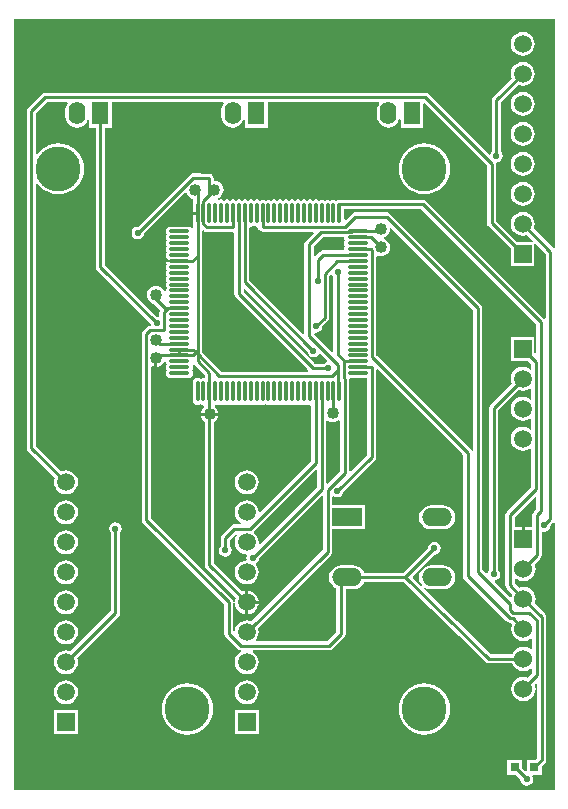
<source format=gtl>
G04*
G04 #@! TF.GenerationSoftware,Altium Limited,Altium Designer,18.1.6 (161)*
G04*
G04 Layer_Physical_Order=1*
G04 Layer_Color=255*
%FSLAX25Y25*%
%MOIN*%
G70*
G01*
G75*
%ADD10R,0.03150X0.03150*%
%ADD11O,0.07087X0.01181*%
%ADD12O,0.01181X0.07087*%
%ADD13C,0.01000*%
%ADD14C,0.06000*%
%ADD15R,0.06000X0.06000*%
%ADD16R,0.05906X0.05906*%
%ADD17C,0.05906*%
%ADD18C,0.15000*%
%ADD19R,0.05500X0.07500*%
%ADD20O,0.05500X0.07500*%
%ADD21R,0.10000X0.06000*%
%ADD22O,0.10000X0.06000*%
%ADD23C,0.02200*%
%ADD24C,0.04000*%
G36*
X183471Y184726D02*
X183232Y184590D01*
X182971Y184543D01*
X176360Y191154D01*
X176552Y191618D01*
X176688Y192650D01*
X176552Y193682D01*
X176154Y194643D01*
X175520Y195469D01*
X174694Y196102D01*
X173733Y196501D01*
X172701Y196636D01*
X171669Y196501D01*
X170707Y196102D01*
X169882Y195469D01*
X169248Y194643D01*
X168850Y193682D01*
X168714Y192650D01*
X168850Y191618D01*
X169248Y190656D01*
X169882Y189831D01*
X170707Y189197D01*
X171669Y188799D01*
X172701Y188663D01*
X173733Y188799D01*
X174197Y188991D01*
X176123Y187064D01*
X175932Y186602D01*
X170911D01*
X163929Y193584D01*
Y212674D01*
X163935Y212709D01*
X164335Y213225D01*
X164819Y213322D01*
X165514Y213786D01*
X165978Y214481D01*
X166141Y215300D01*
X165978Y216119D01*
X165529Y216791D01*
Y233315D01*
X171205Y238991D01*
X171669Y238799D01*
X172701Y238663D01*
X173733Y238799D01*
X174694Y239197D01*
X175520Y239830D01*
X176154Y240656D01*
X176552Y241618D01*
X176688Y242650D01*
X176552Y243682D01*
X176154Y244643D01*
X175520Y245469D01*
X174694Y246102D01*
X173733Y246501D01*
X172701Y246637D01*
X171669Y246501D01*
X170707Y246102D01*
X169882Y245469D01*
X169248Y244643D01*
X168850Y243682D01*
X168714Y242650D01*
X168850Y241618D01*
X169042Y241154D01*
X162919Y235030D01*
X162587Y234534D01*
X162471Y233949D01*
Y216791D01*
X162022Y216119D01*
X161980Y215907D01*
X161501Y215762D01*
X141381Y235881D01*
X140885Y236213D01*
X140300Y236329D01*
X13500D01*
X12915Y236213D01*
X12419Y235881D01*
X7919Y231381D01*
X7587Y230885D01*
X7471Y230300D01*
Y118000D01*
X7587Y117415D01*
X7919Y116919D01*
X16841Y107996D01*
X16649Y107532D01*
X16513Y106500D01*
X16649Y105468D01*
X17047Y104507D01*
X17681Y103681D01*
X18507Y103047D01*
X19468Y102649D01*
X20500Y102513D01*
X21532Y102649D01*
X22493Y103047D01*
X23319Y103681D01*
X23953Y104507D01*
X24351Y105468D01*
X24487Y106500D01*
X24351Y107532D01*
X23953Y108493D01*
X23319Y109319D01*
X22493Y109953D01*
X21532Y110351D01*
X20500Y110487D01*
X19468Y110351D01*
X19004Y110159D01*
X10529Y118633D01*
Y205916D01*
X11029Y206095D01*
X11960Y204960D01*
X13255Y203898D01*
X14731Y203109D01*
X16334Y202623D01*
X18000Y202459D01*
X19666Y202623D01*
X21269Y203109D01*
X22745Y203898D01*
X24039Y204960D01*
X25102Y206255D01*
X25891Y207731D01*
X26377Y209334D01*
X26541Y211000D01*
X26377Y212666D01*
X25891Y214269D01*
X25102Y215745D01*
X24039Y217039D01*
X22745Y218102D01*
X21269Y218891D01*
X19666Y219377D01*
X18000Y219541D01*
X16334Y219377D01*
X14731Y218891D01*
X13255Y218102D01*
X11960Y217039D01*
X11029Y215905D01*
X10529Y216084D01*
Y229666D01*
X14133Y233271D01*
X20895D01*
X21141Y232771D01*
X20850Y232391D01*
X20472Y231479D01*
X20344Y230500D01*
Y228500D01*
X20472Y227521D01*
X20850Y226609D01*
X21452Y225826D01*
X22235Y225224D01*
X23147Y224847D01*
X24126Y224718D01*
X25105Y224847D01*
X26017Y225224D01*
X26801Y225826D01*
X27402Y226609D01*
X27779Y227521D01*
X28250Y227412D01*
Y224750D01*
X30471D01*
Y178300D01*
X30587Y177715D01*
X30919Y177219D01*
X48664Y159473D01*
X48751Y159036D01*
X48500Y158729D01*
X47915Y158613D01*
X47419Y158281D01*
X46219Y157081D01*
X45887Y156585D01*
X45771Y156000D01*
Y94000D01*
X45887Y93415D01*
X46219Y92919D01*
X73271Y65867D01*
Y56000D01*
X73387Y55415D01*
X73719Y54919D01*
X77719Y50919D01*
X78215Y50587D01*
X78766Y50477D01*
X78794Y50432D01*
X78807Y49953D01*
X77981Y49319D01*
X77347Y48493D01*
X76949Y47532D01*
X76813Y46500D01*
X76949Y45468D01*
X77347Y44507D01*
X77981Y43681D01*
X78807Y43047D01*
X79768Y42649D01*
X80800Y42513D01*
X81832Y42649D01*
X82793Y43047D01*
X83619Y43681D01*
X84253Y44507D01*
X84651Y45468D01*
X84787Y46500D01*
X84651Y47532D01*
X84253Y48493D01*
X83619Y49319D01*
X82793Y49953D01*
X82750Y49971D01*
X82850Y50471D01*
X108200D01*
X108785Y50587D01*
X109281Y50919D01*
X113281Y54919D01*
X113613Y55415D01*
X113729Y56000D01*
Y70772D01*
X116217D01*
X117261Y70910D01*
X118234Y71313D01*
X119069Y71954D01*
X119711Y72790D01*
X119913Y73278D01*
X132985D01*
X160390Y46555D01*
X160632Y46397D01*
X160872Y46237D01*
X160882Y46235D01*
X160890Y46229D01*
X161174Y46177D01*
X161457Y46120D01*
X169304D01*
X169506Y45632D01*
X170147Y44797D01*
X170983Y44156D01*
X171956Y43753D01*
X173000Y43615D01*
X174044Y43753D01*
X175017Y44156D01*
X175471Y44504D01*
X175971Y44257D01*
Y42783D01*
X174532Y41345D01*
X174044Y41547D01*
X173000Y41684D01*
X171956Y41547D01*
X170983Y41144D01*
X170147Y40502D01*
X169506Y39667D01*
X169103Y38694D01*
X168965Y37650D01*
X169103Y36605D01*
X169506Y35632D01*
X170147Y34797D01*
X170983Y34156D01*
X171956Y33753D01*
X173000Y33615D01*
X174044Y33753D01*
X175017Y34156D01*
X175853Y34797D01*
X176494Y35632D01*
X176897Y36605D01*
X177034Y37650D01*
X176897Y38694D01*
X176695Y39182D01*
X177109Y39595D01*
X177571Y39404D01*
Y14635D01*
X177010Y14075D01*
X174024D01*
Y10395D01*
X173562Y10204D01*
X172677Y11088D01*
Y14075D01*
X167528D01*
Y8925D01*
X170514D01*
X171967Y7473D01*
X172124Y6681D01*
X172588Y5986D01*
X173283Y5522D01*
X174102Y5359D01*
X174922Y5522D01*
X175616Y5986D01*
X176081Y6681D01*
X176243Y7500D01*
X176081Y8319D01*
X175970Y8484D01*
X176206Y8925D01*
X179173D01*
Y11912D01*
X180181Y12920D01*
X180513Y13416D01*
X180629Y14002D01*
Y61550D01*
X180513Y62135D01*
X180181Y62631D01*
X176695Y66118D01*
X176897Y66605D01*
X177034Y67650D01*
X176897Y68694D01*
X176494Y69667D01*
X175853Y70502D01*
X175017Y71144D01*
X174044Y71547D01*
X173000Y71684D01*
X171956Y71547D01*
X171468Y71345D01*
X170029Y72783D01*
Y74257D01*
X170529Y74503D01*
X170983Y74156D01*
X171956Y73752D01*
X173000Y73615D01*
X174044Y73752D01*
X175017Y74156D01*
X175853Y74797D01*
X176494Y75632D01*
X176897Y76605D01*
X177034Y77650D01*
X176897Y78694D01*
X176695Y79182D01*
X178581Y81068D01*
X178913Y81564D01*
X179029Y82150D01*
Y89722D01*
X179529Y90133D01*
X179900Y90059D01*
X180719Y90222D01*
X181414Y90686D01*
X181878Y91381D01*
X182036Y92173D01*
X182971Y93108D01*
X183232Y93060D01*
X183471Y92924D01*
Y4029D01*
X3029D01*
Y260971D01*
X183471D01*
Y184726D01*
D02*
G37*
G36*
X125015Y232771D02*
X124724Y232391D01*
X124346Y231479D01*
X124218Y230500D01*
Y228500D01*
X124346Y227521D01*
X124724Y226609D01*
X125326Y225826D01*
X126109Y225224D01*
X127021Y224847D01*
X128000Y224718D01*
X128979Y224847D01*
X129891Y225224D01*
X130675Y225826D01*
X131276Y226609D01*
X131653Y227521D01*
X132124Y227412D01*
Y224750D01*
X139624D01*
Y232606D01*
X140124Y232813D01*
X160871Y212067D01*
Y192950D01*
X160987Y192365D01*
X161319Y191869D01*
X168748Y184440D01*
Y178697D01*
X176654D01*
Y185881D01*
X177115Y186072D01*
X180424Y182763D01*
Y161169D01*
X179924Y161017D01*
X179881Y161081D01*
X140681Y200281D01*
X140185Y200613D01*
X139600Y200729D01*
X111971D01*
X111622Y200799D01*
X111001Y200675D01*
X110638Y200432D01*
X110274Y200675D01*
X109654Y200799D01*
X109033Y200675D01*
X108669Y200432D01*
X108306Y200675D01*
X107685Y200799D01*
X107064Y200675D01*
X106701Y200432D01*
X106337Y200675D01*
X105717Y200799D01*
X105096Y200675D01*
X104732Y200432D01*
X104369Y200675D01*
X103748Y200799D01*
X103127Y200675D01*
X102764Y200432D01*
X102400Y200675D01*
X101780Y200799D01*
X101159Y200675D01*
X100795Y200432D01*
X100432Y200675D01*
X99811Y200799D01*
X99190Y200675D01*
X98827Y200432D01*
X98463Y200675D01*
X97843Y200799D01*
X97222Y200675D01*
X96858Y200432D01*
X96495Y200675D01*
X95874Y200799D01*
X95253Y200675D01*
X94890Y200432D01*
X94526Y200675D01*
X93906Y200799D01*
X93285Y200675D01*
X92921Y200432D01*
X92558Y200675D01*
X91937Y200799D01*
X91316Y200675D01*
X90953Y200432D01*
X90589Y200675D01*
X89969Y200799D01*
X89348Y200675D01*
X88984Y200432D01*
X88621Y200675D01*
X88000Y200799D01*
X87379Y200675D01*
X87016Y200432D01*
X86652Y200675D01*
X86032Y200799D01*
X85411Y200675D01*
X85047Y200432D01*
X84684Y200675D01*
X84063Y200799D01*
X83442Y200675D01*
X83079Y200432D01*
X82715Y200675D01*
X82094Y200799D01*
X81474Y200675D01*
X81110Y200432D01*
X80747Y200675D01*
X80126Y200799D01*
X79505Y200675D01*
X79142Y200432D01*
X78778Y200675D01*
X78157Y200799D01*
X77537Y200675D01*
X77173Y200432D01*
X76810Y200675D01*
X76189Y200799D01*
X75568Y200675D01*
X75205Y200432D01*
X74841Y200675D01*
X74220Y200799D01*
X73600Y200675D01*
X73236Y200432D01*
X72873Y200675D01*
X72252Y200799D01*
X71631Y200675D01*
X71449Y200553D01*
X71170Y200705D01*
X71207Y201253D01*
X71513Y201379D01*
X72140Y201860D01*
X72620Y202487D01*
X72923Y203217D01*
X73026Y204000D01*
X72923Y204783D01*
X72620Y205513D01*
X72140Y206140D01*
X71513Y206621D01*
X70783Y206923D01*
X70000Y207026D01*
X69729Y207263D01*
Y207900D01*
X69674Y208179D01*
X69624Y208458D01*
X69616Y208471D01*
X69613Y208485D01*
X69455Y208721D01*
X69302Y208961D01*
X69290Y208969D01*
X69281Y208981D01*
X69045Y209139D01*
X68812Y209302D01*
X68797Y209305D01*
X68785Y209313D01*
X68507Y209368D01*
X68229Y209429D01*
X62929Y209529D01*
X62914Y209526D01*
X62900Y209529D01*
X62621Y209474D01*
X62341Y209424D01*
X62329Y209416D01*
X62315Y209413D01*
X62078Y209255D01*
X61839Y209102D01*
X61831Y209090D01*
X61819Y209081D01*
X44473Y191736D01*
X43681Y191578D01*
X42986Y191114D01*
X42522Y190419D01*
X42359Y189600D01*
X42522Y188781D01*
X42986Y188086D01*
X43681Y187622D01*
X44500Y187459D01*
X45319Y187622D01*
X46014Y188086D01*
X46478Y188781D01*
X46636Y189573D01*
X60115Y203052D01*
X60697Y202927D01*
X60879Y202487D01*
X61360Y201860D01*
X61987Y201379D01*
X62717Y201077D01*
X62849Y201060D01*
Y199641D01*
X62756Y199177D01*
Y196724D01*
X64378D01*
Y195724D01*
X62756D01*
Y193272D01*
X62849Y192807D01*
Y191460D01*
X62495Y191317D01*
X62349Y191286D01*
X61849Y191620D01*
X61228Y191744D01*
X55323D01*
X54702Y191620D01*
X54176Y191269D01*
X53825Y190743D01*
X53701Y190122D01*
X53825Y189501D01*
X54067Y189138D01*
X53825Y188774D01*
X53701Y188154D01*
X53825Y187533D01*
X54068Y187169D01*
X53825Y186806D01*
X53701Y186185D01*
X53825Y185564D01*
X54067Y185201D01*
X53825Y184837D01*
X53701Y184217D01*
X53825Y183596D01*
X54068Y183232D01*
X53825Y182869D01*
X53701Y182248D01*
X53825Y181627D01*
X54067Y181264D01*
X53825Y180900D01*
X53801Y180780D01*
X54657D01*
X54702Y180749D01*
X55323Y180626D01*
X58276D01*
Y179933D01*
X55323D01*
X54702Y179809D01*
X54658Y179780D01*
X53801D01*
X53825Y179659D01*
X54068Y179295D01*
X53825Y178932D01*
X53701Y178311D01*
X53825Y177690D01*
X54067Y177327D01*
X53825Y176963D01*
X53701Y176343D01*
X53825Y175722D01*
X54068Y175358D01*
X53825Y174995D01*
X53701Y174374D01*
X53825Y173753D01*
X54067Y173390D01*
X53825Y173026D01*
X53701Y172406D01*
X53825Y171785D01*
X54068Y171421D01*
X53825Y171058D01*
X53701Y170437D01*
X53708Y170400D01*
X53228Y170254D01*
X53120Y170513D01*
X52640Y171140D01*
X52013Y171621D01*
X51283Y171923D01*
X50500Y172026D01*
X49717Y171923D01*
X48987Y171621D01*
X48360Y171140D01*
X47879Y170513D01*
X47577Y169783D01*
X47474Y169000D01*
X47577Y168217D01*
X47879Y167487D01*
X48360Y166860D01*
X48987Y166379D01*
X49717Y166077D01*
X49766Y166071D01*
X51861Y163977D01*
X51687Y163717D01*
X51571Y163132D01*
Y161882D01*
X51184Y161565D01*
X50827Y161636D01*
X33529Y178934D01*
Y224750D01*
X35750D01*
Y233271D01*
X72832D01*
X73079Y232771D01*
X72787Y232391D01*
X72409Y231479D01*
X72281Y230500D01*
Y228500D01*
X72409Y227521D01*
X72787Y226609D01*
X73388Y225826D01*
X74172Y225224D01*
X75084Y224847D01*
X76063Y224718D01*
X77042Y224847D01*
X77954Y225224D01*
X78737Y225826D01*
X79339Y226609D01*
X79716Y227521D01*
X80187Y227412D01*
Y224750D01*
X87687D01*
Y233271D01*
X124769D01*
X125015Y232771D01*
D02*
G37*
G36*
X83442Y191773D02*
X84063Y191650D01*
X84570Y191241D01*
X84619Y190996D01*
X84950Y190500D01*
X85446Y190168D01*
X86032Y190052D01*
X102835D01*
X103027Y189590D01*
X100419Y186981D01*
X100087Y186485D01*
X99971Y185900D01*
Y156146D01*
X99509Y155954D01*
X81655Y173808D01*
Y191343D01*
X82042Y191660D01*
X82094Y191650D01*
X82715Y191773D01*
X83079Y192016D01*
X83442Y191773D01*
D02*
G37*
G36*
X113150Y188154D02*
X113273Y187533D01*
X113516Y187169D01*
X113273Y186806D01*
X113150Y186185D01*
X113273Y185564D01*
X113516Y185201D01*
X113273Y184837D01*
X113150Y184217D01*
X113160Y184164D01*
X112843Y183777D01*
X106100D01*
X105515Y183661D01*
X105019Y183329D01*
X103529Y181840D01*
X103029Y182047D01*
Y185266D01*
X106133Y188371D01*
X112972D01*
X113150Y188154D01*
D02*
G37*
G36*
X156285Y164052D02*
Y117084D01*
X155833Y116991D01*
X155785Y117001D01*
X155465Y117480D01*
X123929Y149015D01*
Y181713D01*
X124429Y182047D01*
X124717Y181928D01*
X125500Y181825D01*
X126283Y181928D01*
X127013Y182230D01*
X127640Y182711D01*
X128121Y183337D01*
X128423Y184067D01*
X128526Y184850D01*
X128423Y185634D01*
X128121Y186363D01*
X127640Y186990D01*
X127013Y187471D01*
X126569Y187655D01*
Y188196D01*
X127013Y188380D01*
X127640Y188860D01*
X128121Y189487D01*
X128423Y190217D01*
X128526Y191000D01*
X128510Y191120D01*
X128984Y191353D01*
X156285Y164052D01*
D02*
G37*
G36*
X109227Y175623D02*
X109571Y175109D01*
Y150046D01*
X109109Y149854D01*
X103258Y155705D01*
X103270Y155977D01*
X103762Y156366D01*
X103800Y156359D01*
X104619Y156522D01*
X105314Y156986D01*
X105778Y157681D01*
X105936Y158473D01*
X107816Y160353D01*
X108148Y160849D01*
X108264Y161435D01*
Y175366D01*
X108655Y175758D01*
X109227Y175623D01*
D02*
G37*
G36*
X177271Y159367D02*
Y149716D01*
X176771Y149452D01*
X176654Y149532D01*
Y154953D01*
X168748D01*
Y147047D01*
X174491D01*
X175671Y145867D01*
Y144334D01*
X175171Y144087D01*
X174694Y144453D01*
X173733Y144851D01*
X172701Y144987D01*
X171669Y144851D01*
X170707Y144453D01*
X169882Y143819D01*
X169248Y142993D01*
X168850Y142032D01*
X168714Y141000D01*
X168850Y139968D01*
X169042Y139504D01*
X162019Y132481D01*
X161687Y131984D01*
X161571Y131399D01*
Y77391D01*
X161122Y76719D01*
X161054Y76381D01*
X160512Y76216D01*
X159344Y77384D01*
Y164685D01*
X159228Y165271D01*
X158896Y165767D01*
X128581Y196081D01*
X128085Y196413D01*
X127500Y196529D01*
X116819D01*
X116234Y196413D01*
X115738Y196081D01*
X113706Y194050D01*
X113244Y194241D01*
Y197671D01*
X138967D01*
X177271Y159367D01*
D02*
G37*
G36*
X100864Y150273D02*
X101022Y149481D01*
X101486Y148786D01*
X102181Y148322D01*
X103000Y148159D01*
X103819Y148322D01*
X104514Y148786D01*
X104766Y149164D01*
X105401Y149237D01*
X107622Y147016D01*
X107476Y146537D01*
X107181Y146478D01*
X106509Y146029D01*
X103496D01*
X79687Y169838D01*
Y170797D01*
X80149Y170988D01*
X100864Y150273D01*
D02*
G37*
G36*
X51000Y145040D02*
X51283Y145077D01*
X52013Y145379D01*
X52640Y145860D01*
X53120Y146487D01*
X53212Y146709D01*
X53732Y146658D01*
X53825Y146194D01*
X54068Y145831D01*
X53825Y145467D01*
X53701Y144846D01*
X53825Y144226D01*
X54067Y143862D01*
X53825Y143499D01*
X53701Y142878D01*
X53825Y142257D01*
X54176Y141731D01*
X54702Y141380D01*
X55323Y141256D01*
X61228D01*
X61849Y141380D01*
X62375Y141731D01*
X62727Y142257D01*
X62850Y142878D01*
X62727Y143499D01*
X62484Y143862D01*
X62727Y144226D01*
X62850Y144846D01*
X62730Y145448D01*
X62728Y145470D01*
X62796Y145590D01*
X62996Y145650D01*
X63398Y145639D01*
X66786Y142252D01*
Y141657D01*
X66399Y141340D01*
X66346Y141350D01*
X65726Y141227D01*
X65362Y140984D01*
X64999Y141227D01*
X64378Y141350D01*
X63757Y141227D01*
X63231Y140875D01*
X62880Y140349D01*
X62756Y139728D01*
Y133823D01*
X62880Y133202D01*
X63231Y132676D01*
X63757Y132325D01*
X64378Y132201D01*
X64999Y132325D01*
X65362Y132568D01*
X65726Y132325D01*
X66346Y132201D01*
X66491Y131720D01*
X66488Y131502D01*
X66211Y131289D01*
X65730Y130663D01*
X65428Y129933D01*
X65390Y129650D01*
X71311D01*
X71273Y129933D01*
X70971Y130663D01*
X70490Y131289D01*
X70183Y131525D01*
X70179Y131712D01*
X70283Y132201D01*
X70904Y132325D01*
X71268Y132568D01*
X71631Y132325D01*
X72252Y132201D01*
X72873Y132325D01*
X73236Y132568D01*
X73600Y132325D01*
X74220Y132201D01*
X74841Y132325D01*
X75205Y132568D01*
X75568Y132325D01*
X76189Y132201D01*
X76810Y132325D01*
X77173Y132568D01*
X77537Y132325D01*
X78157Y132201D01*
X78778Y132325D01*
X79142Y132568D01*
X79505Y132325D01*
X80126Y132201D01*
X80747Y132325D01*
X81110Y132568D01*
X81474Y132325D01*
X82094Y132201D01*
X82715Y132325D01*
X83079Y132568D01*
X83442Y132325D01*
X84063Y132201D01*
X84684Y132325D01*
X85047Y132568D01*
X85411Y132325D01*
X86032Y132201D01*
X86652Y132325D01*
X87016Y132568D01*
X87379Y132325D01*
X88000Y132201D01*
X88621Y132325D01*
X88984Y132568D01*
X89348Y132325D01*
X89969Y132201D01*
X90589Y132325D01*
X90953Y132568D01*
X91316Y132325D01*
X91937Y132201D01*
X92558Y132325D01*
X92921Y132568D01*
X93285Y132325D01*
X93906Y132201D01*
X94526Y132325D01*
X94890Y132568D01*
X95253Y132325D01*
X95874Y132201D01*
X96495Y132325D01*
X96858Y132568D01*
X97222Y132325D01*
X97843Y132201D01*
X98463Y132325D01*
X98827Y132568D01*
X99190Y132325D01*
X99811Y132201D01*
X100432Y132325D01*
X100795Y132568D01*
X101159Y132325D01*
X101780Y132201D01*
X101832Y132212D01*
X102219Y131894D01*
Y113481D01*
X85275Y96538D01*
X84757Y96727D01*
X84651Y97532D01*
X84253Y98493D01*
X83619Y99319D01*
X82793Y99953D01*
X81832Y100351D01*
X80800Y100487D01*
X79768Y100351D01*
X78807Y99953D01*
X77981Y99319D01*
X77347Y98493D01*
X76949Y97532D01*
X76813Y96500D01*
X76949Y95468D01*
X77347Y94507D01*
X77981Y93681D01*
X78807Y93047D01*
X78850Y93029D01*
X78750Y92529D01*
X76600D01*
X76015Y92413D01*
X75519Y92081D01*
X72519Y89081D01*
X72187Y88585D01*
X72071Y88000D01*
Y85391D01*
X71622Y84719D01*
X71459Y83900D01*
X71622Y83081D01*
X72086Y82386D01*
X72781Y81922D01*
X73600Y81759D01*
X74419Y81922D01*
X75114Y82386D01*
X75578Y83081D01*
X75741Y83900D01*
X75578Y84719D01*
X75129Y85391D01*
Y87366D01*
X77018Y89255D01*
X77275Y89221D01*
X77496Y88688D01*
X77347Y88493D01*
X76949Y87532D01*
X76813Y86500D01*
X76949Y85468D01*
X77347Y84507D01*
X77981Y83681D01*
X78807Y83047D01*
X79768Y82649D01*
X80448Y82560D01*
X80528Y82487D01*
X80784Y82031D01*
X80659Y81400D01*
X80742Y80981D01*
X80367Y80430D01*
X79768Y80351D01*
X78807Y79953D01*
X77981Y79319D01*
X77347Y78493D01*
X76949Y77532D01*
X76813Y76500D01*
X76949Y75468D01*
X77347Y74507D01*
X77981Y73681D01*
X78807Y73047D01*
X79768Y72649D01*
X80800Y72513D01*
X81832Y72649D01*
X82793Y73047D01*
X83619Y73681D01*
X84253Y74507D01*
X84651Y75468D01*
X84787Y76500D01*
X84651Y77532D01*
X84253Y78493D01*
X83864Y79000D01*
X83965Y79653D01*
X84314Y79886D01*
X84778Y80581D01*
X84936Y81373D01*
X105709Y102146D01*
X106171Y101954D01*
Y84034D01*
X82296Y60159D01*
X81832Y60351D01*
X80800Y60487D01*
X79768Y60351D01*
X78807Y59953D01*
X77981Y59319D01*
X77347Y58493D01*
X76949Y57532D01*
X76913Y57262D01*
X76379Y57029D01*
X76329Y57064D01*
Y66344D01*
X76829Y66377D01*
X76949Y65468D01*
X77347Y64507D01*
X77981Y63681D01*
X78807Y63047D01*
X79768Y62649D01*
X80300Y62579D01*
Y66500D01*
Y70421D01*
X79768Y70351D01*
X79304Y70159D01*
X69844Y79619D01*
Y126521D01*
X69863Y126529D01*
X70490Y127010D01*
X70971Y127637D01*
X71273Y128366D01*
X71311Y128650D01*
X65390D01*
X65428Y128366D01*
X65730Y127637D01*
X66211Y127010D01*
X66786Y126569D01*
Y78985D01*
X66902Y78400D01*
X67234Y77904D01*
X77141Y67996D01*
X76949Y67532D01*
X76821Y66557D01*
X76337Y66493D01*
X76329Y66500D01*
X76213Y67085D01*
X75881Y67581D01*
X48829Y94634D01*
Y144904D01*
X49329Y145238D01*
X49717Y145077D01*
X50000Y145040D01*
Y148000D01*
X51000D01*
Y145040D01*
D02*
G37*
G36*
X66419Y190419D02*
X66915Y190087D01*
X67500Y189971D01*
X76189D01*
X76241Y189981D01*
X76628Y189664D01*
Y169205D01*
X76744Y168620D01*
X77076Y168123D01*
X101308Y143891D01*
X101117Y143429D01*
X72285D01*
X65907Y149808D01*
Y150445D01*
Y182000D01*
Y190276D01*
X66369Y190468D01*
X66419Y190419D01*
D02*
G37*
G36*
X175671Y137666D02*
Y134334D01*
X175171Y134087D01*
X174694Y134453D01*
X173733Y134851D01*
X172701Y134987D01*
X171669Y134851D01*
X170707Y134453D01*
X169882Y133819D01*
X169248Y132993D01*
X168850Y132032D01*
X168714Y131000D01*
X168850Y129968D01*
X169248Y129007D01*
X169882Y128181D01*
X170707Y127547D01*
X171669Y127149D01*
X172701Y127013D01*
X173733Y127149D01*
X174694Y127547D01*
X175171Y127913D01*
X175671Y127666D01*
Y124334D01*
X175171Y124087D01*
X174694Y124453D01*
X173733Y124851D01*
X172701Y124987D01*
X171669Y124851D01*
X170707Y124453D01*
X169882Y123819D01*
X169248Y122993D01*
X168850Y122032D01*
X168714Y121000D01*
X168850Y119968D01*
X169248Y119007D01*
X169882Y118181D01*
X170707Y117547D01*
X171669Y117149D01*
X172701Y117013D01*
X173733Y117149D01*
X174694Y117547D01*
X175171Y117913D01*
X175671Y117666D01*
Y104934D01*
X167419Y96681D01*
X167087Y96185D01*
X166971Y95600D01*
Y72150D01*
X167087Y71564D01*
X167419Y71068D01*
X169305Y69182D01*
X169103Y68694D01*
X169052Y68310D01*
X168579Y68149D01*
X163416Y73312D01*
X163581Y73854D01*
X163919Y73922D01*
X164614Y74386D01*
X165078Y75081D01*
X165241Y75900D01*
X165078Y76719D01*
X164629Y77391D01*
Y130766D01*
X171205Y137341D01*
X171669Y137149D01*
X172701Y137013D01*
X173733Y137149D01*
X174694Y137547D01*
X175171Y137913D01*
X175671Y137666D01*
D02*
G37*
G36*
X111871Y126907D02*
Y110134D01*
X107708Y105971D01*
X107246Y106162D01*
Y126818D01*
X107746Y127065D01*
X107987Y126880D01*
X108717Y126577D01*
X109500Y126474D01*
X110283Y126577D01*
X111013Y126880D01*
X111371Y127154D01*
X111871Y126907D01*
D02*
G37*
G36*
X120838Y141124D02*
Y115601D01*
X115391Y110154D01*
X114929Y110346D01*
Y141081D01*
X115073Y141256D01*
X120677D01*
X120838Y141124D01*
D02*
G37*
G36*
X152854Y115765D02*
Y75181D01*
X152971Y74595D01*
X153302Y74099D01*
X167269Y60133D01*
X167765Y59801D01*
X168350Y59685D01*
X168802D01*
X169305Y59182D01*
X169103Y58694D01*
X168965Y57650D01*
X169103Y56605D01*
X169506Y55632D01*
X170147Y54797D01*
X170983Y54156D01*
X171956Y53752D01*
X173000Y53615D01*
X174044Y53752D01*
X175017Y54156D01*
X175471Y54504D01*
X175971Y54257D01*
Y51042D01*
X175471Y50796D01*
X175017Y51144D01*
X174044Y51547D01*
X173000Y51684D01*
X171956Y51547D01*
X170983Y51144D01*
X170147Y50502D01*
X169506Y49667D01*
X169304Y49179D01*
X162080D01*
X139391Y71303D01*
X139719Y71681D01*
X140199Y71313D01*
X141172Y70910D01*
X142217Y70772D01*
X146217D01*
X147261Y70910D01*
X148234Y71313D01*
X149069Y71954D01*
X149711Y72790D01*
X150114Y73763D01*
X150251Y74807D01*
X150114Y75851D01*
X149711Y76824D01*
X149069Y77660D01*
X148234Y78301D01*
X147261Y78704D01*
X146217Y78842D01*
X142217D01*
X141172Y78704D01*
X140199Y78301D01*
X139364Y77660D01*
X138723Y76824D01*
X138320Y75851D01*
X138182Y74807D01*
X138320Y73763D01*
X138723Y72790D01*
X139139Y72247D01*
X138764Y71914D01*
X136038Y74572D01*
X136035Y75072D01*
X143327Y82364D01*
X144119Y82522D01*
X144814Y82986D01*
X145278Y83681D01*
X145441Y84500D01*
X145278Y85319D01*
X144814Y86014D01*
X144119Y86478D01*
X143300Y86641D01*
X142481Y86478D01*
X141786Y86014D01*
X141322Y85319D01*
X141164Y84527D01*
X132974Y76336D01*
X119913D01*
X119711Y76824D01*
X119069Y77660D01*
X118234Y78301D01*
X117261Y78704D01*
X116217Y78842D01*
X112217D01*
X111172Y78704D01*
X110199Y78301D01*
X109364Y77660D01*
X108723Y76824D01*
X108320Y75851D01*
X108182Y74807D01*
X108320Y73763D01*
X108723Y72790D01*
X109364Y71954D01*
X110199Y71313D01*
X110671Y71118D01*
Y56634D01*
X107566Y53529D01*
X84133D01*
X83887Y54029D01*
X84253Y54507D01*
X84651Y55468D01*
X84787Y56500D01*
X84651Y57532D01*
X84459Y57996D01*
X108781Y82319D01*
X109113Y82815D01*
X109229Y83400D01*
Y90807D01*
X120217D01*
Y98807D01*
X109229D01*
Y101656D01*
X109729Y101923D01*
X110181Y101622D01*
X111000Y101459D01*
X111819Y101622D01*
X112514Y102086D01*
X112978Y102781D01*
X113136Y103573D01*
X123449Y113886D01*
X123781Y114383D01*
X123897Y114968D01*
Y144069D01*
X124359Y144260D01*
X152854Y115765D01*
D02*
G37*
G36*
X177271Y101554D02*
Y97534D01*
X176419Y96681D01*
X176087Y96185D01*
X175971Y95600D01*
Y91650D01*
X173500D01*
Y87650D01*
X172500D01*
Y91650D01*
X170029D01*
Y94967D01*
X176809Y101746D01*
X177271Y101554D01*
D02*
G37*
G36*
X104187Y110471D02*
Y104950D01*
X85224Y85987D01*
X84750Y86220D01*
X84787Y86500D01*
X84651Y87532D01*
X84253Y88493D01*
X83619Y89319D01*
X83311Y89555D01*
X83276Y90213D01*
X103725Y110662D01*
X104187Y110471D01*
D02*
G37*
%LPC*%
G36*
X172701Y256637D02*
X171669Y256501D01*
X170707Y256102D01*
X169882Y255469D01*
X169248Y254643D01*
X168850Y253681D01*
X168714Y252650D01*
X168850Y251618D01*
X169248Y250656D01*
X169882Y249831D01*
X170707Y249197D01*
X171669Y248799D01*
X172701Y248663D01*
X173733Y248799D01*
X174694Y249197D01*
X175520Y249831D01*
X176154Y250656D01*
X176552Y251618D01*
X176688Y252650D01*
X176552Y253681D01*
X176154Y254643D01*
X175520Y255469D01*
X174694Y256102D01*
X173733Y256501D01*
X172701Y256637D01*
D02*
G37*
G36*
Y236636D02*
X171669Y236501D01*
X170707Y236102D01*
X169882Y235469D01*
X169248Y234643D01*
X168850Y233682D01*
X168714Y232650D01*
X168850Y231618D01*
X169248Y230656D01*
X169882Y229831D01*
X170707Y229197D01*
X171669Y228799D01*
X172701Y228663D01*
X173733Y228799D01*
X174694Y229197D01*
X175520Y229831D01*
X176154Y230656D01*
X176552Y231618D01*
X176688Y232650D01*
X176552Y233682D01*
X176154Y234643D01*
X175520Y235469D01*
X174694Y236102D01*
X173733Y236501D01*
X172701Y236636D01*
D02*
G37*
G36*
Y226637D02*
X171669Y226501D01*
X170707Y226102D01*
X169882Y225469D01*
X169248Y224643D01*
X168850Y223681D01*
X168714Y222650D01*
X168850Y221618D01*
X169248Y220656D01*
X169882Y219830D01*
X170707Y219197D01*
X171669Y218799D01*
X172701Y218663D01*
X173733Y218799D01*
X174694Y219197D01*
X175520Y219830D01*
X176154Y220656D01*
X176552Y221618D01*
X176688Y222650D01*
X176552Y223681D01*
X176154Y224643D01*
X175520Y225469D01*
X174694Y226102D01*
X173733Y226501D01*
X172701Y226637D01*
D02*
G37*
G36*
Y216636D02*
X171669Y216501D01*
X170707Y216102D01*
X169882Y215469D01*
X169248Y214643D01*
X168850Y213682D01*
X168714Y212650D01*
X168850Y211618D01*
X169248Y210656D01*
X169882Y209830D01*
X170707Y209197D01*
X171669Y208799D01*
X172701Y208663D01*
X173733Y208799D01*
X174694Y209197D01*
X175520Y209830D01*
X176154Y210656D01*
X176552Y211618D01*
X176688Y212650D01*
X176552Y213682D01*
X176154Y214643D01*
X175520Y215469D01*
X174694Y216102D01*
X173733Y216501D01*
X172701Y216636D01*
D02*
G37*
G36*
Y206637D02*
X171669Y206501D01*
X170707Y206102D01*
X169882Y205469D01*
X169248Y204643D01*
X168850Y203681D01*
X168714Y202650D01*
X168850Y201618D01*
X169248Y200656D01*
X169882Y199830D01*
X170707Y199197D01*
X171669Y198799D01*
X172701Y198663D01*
X173733Y198799D01*
X174694Y199197D01*
X175520Y199830D01*
X176154Y200656D01*
X176552Y201618D01*
X176688Y202650D01*
X176552Y203681D01*
X176154Y204643D01*
X175520Y205469D01*
X174694Y206102D01*
X173733Y206501D01*
X172701Y206637D01*
D02*
G37*
G36*
X20500Y100487D02*
X19468Y100351D01*
X18507Y99953D01*
X17681Y99319D01*
X17047Y98493D01*
X16649Y97532D01*
X16513Y96500D01*
X16649Y95468D01*
X17047Y94507D01*
X17681Y93681D01*
X18507Y93047D01*
X19468Y92649D01*
X20500Y92513D01*
X21532Y92649D01*
X22493Y93047D01*
X23319Y93681D01*
X23953Y94507D01*
X24351Y95468D01*
X24487Y96500D01*
X24351Y97532D01*
X23953Y98493D01*
X23319Y99319D01*
X22493Y99953D01*
X21532Y100351D01*
X20500Y100487D01*
D02*
G37*
G36*
Y90487D02*
X19468Y90351D01*
X18507Y89953D01*
X17681Y89319D01*
X17047Y88493D01*
X16649Y87532D01*
X16513Y86500D01*
X16649Y85468D01*
X17047Y84507D01*
X17681Y83681D01*
X18507Y83047D01*
X19468Y82649D01*
X20500Y82513D01*
X21532Y82649D01*
X22493Y83047D01*
X23319Y83681D01*
X23953Y84507D01*
X24351Y85468D01*
X24487Y86500D01*
X24351Y87532D01*
X23953Y88493D01*
X23319Y89319D01*
X22493Y89953D01*
X21532Y90351D01*
X20500Y90487D01*
D02*
G37*
G36*
Y80487D02*
X19468Y80351D01*
X18507Y79953D01*
X17681Y79319D01*
X17047Y78493D01*
X16649Y77532D01*
X16513Y76500D01*
X16649Y75468D01*
X17047Y74507D01*
X17681Y73681D01*
X18507Y73047D01*
X19468Y72649D01*
X20500Y72513D01*
X21532Y72649D01*
X22493Y73047D01*
X23319Y73681D01*
X23953Y74507D01*
X24351Y75468D01*
X24487Y76500D01*
X24351Y77532D01*
X23953Y78493D01*
X23319Y79319D01*
X22493Y79953D01*
X21532Y80351D01*
X20500Y80487D01*
D02*
G37*
G36*
Y70487D02*
X19468Y70351D01*
X18507Y69953D01*
X17681Y69319D01*
X17047Y68493D01*
X16649Y67532D01*
X16513Y66500D01*
X16649Y65468D01*
X17047Y64507D01*
X17681Y63681D01*
X18507Y63047D01*
X19468Y62649D01*
X20500Y62513D01*
X21532Y62649D01*
X22493Y63047D01*
X23319Y63681D01*
X23953Y64507D01*
X24351Y65468D01*
X24487Y66500D01*
X24351Y67532D01*
X23953Y68493D01*
X23319Y69319D01*
X22493Y69953D01*
X21532Y70351D01*
X20500Y70487D01*
D02*
G37*
G36*
Y60487D02*
X19468Y60351D01*
X18507Y59953D01*
X17681Y59319D01*
X17047Y58493D01*
X16649Y57532D01*
X16513Y56500D01*
X16649Y55468D01*
X17047Y54507D01*
X17681Y53681D01*
X18507Y53047D01*
X19468Y52649D01*
X20500Y52513D01*
X21532Y52649D01*
X22493Y53047D01*
X23319Y53681D01*
X23953Y54507D01*
X24351Y55468D01*
X24487Y56500D01*
X24351Y57532D01*
X23953Y58493D01*
X23319Y59319D01*
X22493Y59953D01*
X21532Y60351D01*
X20500Y60487D01*
D02*
G37*
G36*
X37000Y93141D02*
X36181Y92978D01*
X35486Y92514D01*
X35022Y91819D01*
X34859Y91000D01*
X35022Y90181D01*
X35471Y89509D01*
Y63634D01*
X21996Y50159D01*
X21532Y50351D01*
X20500Y50487D01*
X19468Y50351D01*
X18507Y49953D01*
X17681Y49319D01*
X17047Y48493D01*
X16649Y47532D01*
X16513Y46500D01*
X16649Y45468D01*
X17047Y44507D01*
X17681Y43681D01*
X18507Y43047D01*
X19468Y42649D01*
X20500Y42513D01*
X21532Y42649D01*
X22493Y43047D01*
X23319Y43681D01*
X23953Y44507D01*
X24351Y45468D01*
X24487Y46500D01*
X24351Y47532D01*
X24159Y47996D01*
X38081Y61919D01*
X38413Y62415D01*
X38529Y63000D01*
Y89509D01*
X38978Y90181D01*
X39141Y91000D01*
X38978Y91819D01*
X38514Y92514D01*
X37819Y92978D01*
X37000Y93141D01*
D02*
G37*
G36*
X80800Y40487D02*
X79768Y40351D01*
X78807Y39953D01*
X77981Y39319D01*
X77347Y38493D01*
X76949Y37532D01*
X76813Y36500D01*
X76949Y35468D01*
X77347Y34507D01*
X77981Y33681D01*
X78807Y33047D01*
X79768Y32649D01*
X80800Y32513D01*
X81832Y32649D01*
X82793Y33047D01*
X83619Y33681D01*
X84253Y34507D01*
X84651Y35468D01*
X84787Y36500D01*
X84651Y37532D01*
X84253Y38493D01*
X83619Y39319D01*
X82793Y39953D01*
X81832Y40351D01*
X80800Y40487D01*
D02*
G37*
G36*
X20500D02*
X19468Y40351D01*
X18507Y39953D01*
X17681Y39319D01*
X17047Y38493D01*
X16649Y37532D01*
X16513Y36500D01*
X16649Y35468D01*
X17047Y34507D01*
X17681Y33681D01*
X18507Y33047D01*
X19468Y32649D01*
X20500Y32513D01*
X21532Y32649D01*
X22493Y33047D01*
X23319Y33681D01*
X23953Y34507D01*
X24351Y35468D01*
X24487Y36500D01*
X24351Y37532D01*
X23953Y38493D01*
X23319Y39319D01*
X22493Y39953D01*
X21532Y40351D01*
X20500Y40487D01*
D02*
G37*
G36*
X84753Y30453D02*
X76847D01*
Y22547D01*
X84753D01*
Y30453D01*
D02*
G37*
G36*
X24453D02*
X16547D01*
Y22547D01*
X24453D01*
Y30453D01*
D02*
G37*
G36*
X140000Y39479D02*
X138334Y39315D01*
X136731Y38829D01*
X135255Y38040D01*
X133960Y36978D01*
X132898Y35683D01*
X132109Y34207D01*
X131623Y32605D01*
X131459Y30938D01*
X131623Y29272D01*
X132109Y27670D01*
X132898Y26193D01*
X133960Y24899D01*
X135255Y23836D01*
X136731Y23047D01*
X138334Y22561D01*
X140000Y22397D01*
X141666Y22561D01*
X143269Y23047D01*
X144745Y23836D01*
X146039Y24899D01*
X147102Y26193D01*
X147891Y27670D01*
X148377Y29272D01*
X148541Y30938D01*
X148377Y32605D01*
X147891Y34207D01*
X147102Y35683D01*
X146039Y36978D01*
X144745Y38040D01*
X143269Y38829D01*
X141666Y39315D01*
X140000Y39479D01*
D02*
G37*
G36*
X61000D02*
X59334Y39315D01*
X57731Y38829D01*
X56255Y38040D01*
X54961Y36978D01*
X53898Y35683D01*
X53109Y34207D01*
X52623Y32605D01*
X52459Y30938D01*
X52623Y29272D01*
X53109Y27670D01*
X53898Y26193D01*
X54961Y24899D01*
X56255Y23836D01*
X57731Y23047D01*
X59334Y22561D01*
X61000Y22397D01*
X62666Y22561D01*
X64269Y23047D01*
X65745Y23836D01*
X67040Y24899D01*
X68102Y26193D01*
X68891Y27670D01*
X69377Y29272D01*
X69541Y30938D01*
X69377Y32605D01*
X68891Y34207D01*
X68102Y35683D01*
X67040Y36978D01*
X65745Y38040D01*
X64269Y38829D01*
X62666Y39315D01*
X61000Y39479D01*
D02*
G37*
G36*
X140000Y219541D02*
X138334Y219377D01*
X136731Y218891D01*
X135255Y218102D01*
X133960Y217039D01*
X132898Y215745D01*
X132109Y214269D01*
X131623Y212666D01*
X131459Y211000D01*
X131623Y209334D01*
X132109Y207731D01*
X132898Y206255D01*
X133960Y204960D01*
X135255Y203898D01*
X136731Y203109D01*
X138334Y202623D01*
X140000Y202459D01*
X141666Y202623D01*
X143269Y203109D01*
X144745Y203898D01*
X146039Y204960D01*
X147102Y206255D01*
X147891Y207731D01*
X148377Y209334D01*
X148541Y211000D01*
X148377Y212666D01*
X147891Y214269D01*
X147102Y215745D01*
X146039Y217039D01*
X144745Y218102D01*
X143269Y218891D01*
X141666Y219377D01*
X140000Y219541D01*
D02*
G37*
G36*
X80800Y110487D02*
X79768Y110351D01*
X78807Y109953D01*
X77981Y109319D01*
X77347Y108493D01*
X76949Y107532D01*
X76813Y106500D01*
X76949Y105468D01*
X77347Y104507D01*
X77981Y103681D01*
X78807Y103047D01*
X79768Y102649D01*
X80800Y102513D01*
X81832Y102649D01*
X82793Y103047D01*
X83619Y103681D01*
X84253Y104507D01*
X84651Y105468D01*
X84787Y106500D01*
X84651Y107532D01*
X84253Y108493D01*
X83619Y109319D01*
X82793Y109953D01*
X81832Y110351D01*
X80800Y110487D01*
D02*
G37*
G36*
X81300Y70421D02*
Y67000D01*
X84721D01*
X84651Y67532D01*
X84253Y68493D01*
X83619Y69319D01*
X82793Y69953D01*
X81832Y70351D01*
X81300Y70421D01*
D02*
G37*
G36*
X84721Y66000D02*
X81300D01*
Y62579D01*
X81832Y62649D01*
X82793Y63047D01*
X83619Y63681D01*
X84253Y64507D01*
X84651Y65468D01*
X84721Y66000D01*
D02*
G37*
G36*
X146217Y98842D02*
X142217D01*
X141172Y98704D01*
X140199Y98301D01*
X139364Y97660D01*
X138723Y96824D01*
X138320Y95851D01*
X138182Y94807D01*
X138320Y93763D01*
X138723Y92790D01*
X139364Y91954D01*
X140199Y91313D01*
X141172Y90910D01*
X142217Y90772D01*
X146217D01*
X147261Y90910D01*
X148234Y91313D01*
X149069Y91954D01*
X149711Y92790D01*
X150114Y93763D01*
X150251Y94807D01*
X150114Y95851D01*
X149711Y96824D01*
X149069Y97660D01*
X148234Y98301D01*
X147261Y98704D01*
X146217Y98842D01*
D02*
G37*
%LPD*%
D10*
X170102Y11500D02*
D03*
X176598D02*
D03*
D11*
X58276Y190122D02*
D03*
Y188154D02*
D03*
Y186185D02*
D03*
Y184217D02*
D03*
Y182248D02*
D03*
Y180280D02*
D03*
Y178311D02*
D03*
Y176343D02*
D03*
Y174374D02*
D03*
Y172406D02*
D03*
Y170437D02*
D03*
Y168469D02*
D03*
Y166500D02*
D03*
Y164532D02*
D03*
Y162563D02*
D03*
Y160594D02*
D03*
Y158626D02*
D03*
Y156657D02*
D03*
Y154689D02*
D03*
Y152720D02*
D03*
Y150752D02*
D03*
Y148783D02*
D03*
Y146815D02*
D03*
Y144846D02*
D03*
Y142878D02*
D03*
X117724D02*
D03*
Y144846D02*
D03*
Y146815D02*
D03*
Y148783D02*
D03*
Y150752D02*
D03*
Y152720D02*
D03*
Y154689D02*
D03*
Y156657D02*
D03*
Y158626D02*
D03*
Y160594D02*
D03*
Y162563D02*
D03*
Y164532D02*
D03*
Y166500D02*
D03*
Y168469D02*
D03*
Y170437D02*
D03*
Y172406D02*
D03*
Y174374D02*
D03*
Y176343D02*
D03*
Y178311D02*
D03*
Y180280D02*
D03*
Y182248D02*
D03*
Y184217D02*
D03*
Y186185D02*
D03*
Y188154D02*
D03*
Y190122D02*
D03*
D12*
X64378Y136776D02*
D03*
X66346D02*
D03*
X68315D02*
D03*
X70283D02*
D03*
X72252D02*
D03*
X74220D02*
D03*
X76189D02*
D03*
X78157D02*
D03*
X80126D02*
D03*
X82094D02*
D03*
X84063D02*
D03*
X86032D02*
D03*
X88000D02*
D03*
X89969D02*
D03*
X91937D02*
D03*
X93906D02*
D03*
X95874D02*
D03*
X97843D02*
D03*
X99811D02*
D03*
X101780D02*
D03*
X103748D02*
D03*
X105717D02*
D03*
X107685D02*
D03*
X109654D02*
D03*
X111622D02*
D03*
Y196224D02*
D03*
X109654D02*
D03*
X107685D02*
D03*
X105717D02*
D03*
X103748D02*
D03*
X101780D02*
D03*
X99811D02*
D03*
X97843D02*
D03*
X95874D02*
D03*
X93906D02*
D03*
X91937D02*
D03*
X89969D02*
D03*
X88000D02*
D03*
X86032D02*
D03*
X84063D02*
D03*
X82094D02*
D03*
X80126D02*
D03*
X78157D02*
D03*
X76189D02*
D03*
X74220D02*
D03*
X72252D02*
D03*
X70283D02*
D03*
X68315D02*
D03*
X66346D02*
D03*
X64378D02*
D03*
D13*
X115800Y189900D02*
Y190122D01*
X111300Y144000D02*
Y145500D01*
Y140122D02*
Y144000D01*
X64378Y182000D02*
Y196224D01*
Y150445D02*
Y182000D01*
X63743Y149809D02*
X64378Y150445D01*
X62717Y148783D02*
X63743Y149809D01*
X68315Y78985D02*
Y129185D01*
X64378Y149174D02*
X71652Y141900D01*
X63743Y149809D02*
X64378Y149174D01*
X62800Y150752D02*
X63743Y149809D01*
X64378Y149174D02*
Y150445D01*
Y146822D02*
Y149174D01*
X68200Y202200D02*
Y207900D01*
X66346Y200346D02*
X70000Y204000D01*
X112200Y56000D02*
Y74807D01*
X53468Y164532D02*
X58276D01*
X111622Y199200D02*
X139600D01*
X101500Y185900D02*
X105500Y189900D01*
X109200Y141900D02*
X111300Y144000D01*
X71652Y141900D02*
X109200D01*
X58276Y150752D02*
X62800D01*
X115800Y190122D02*
X117724D01*
X105500Y189900D02*
X115800D01*
X101500Y155300D02*
Y185900D01*
Y155300D02*
X111300Y145500D01*
Y140122D02*
X111622Y139800D01*
Y136776D02*
Y139800D01*
X113081Y146815D02*
X117724D01*
X111100Y149215D02*
X113081Y146815D01*
X111100Y149215D02*
Y176600D01*
X66346Y200346D02*
X68200Y202200D01*
X62900Y208000D02*
X68200Y207900D01*
X44500Y189600D02*
X62900Y208000D01*
X170102Y11500D02*
X174102Y7500D01*
X112200Y74807D02*
X114217D01*
X108200Y52000D02*
X112200Y56000D01*
X78800Y52000D02*
X108200D01*
X74800Y56000D02*
X78800Y52000D01*
X74800Y56000D02*
Y66500D01*
X47300Y94000D02*
X74800Y66500D01*
X47300Y94000D02*
Y156000D01*
X48500Y157200D01*
X53100D01*
Y163132D01*
X54500Y164532D01*
X58276D01*
X133607Y74807D02*
X161457Y47650D01*
X173000D01*
X169435Y61214D02*
X173000Y57650D01*
X168350Y61214D02*
X169435D01*
X154384Y75181D02*
X168350Y61214D01*
X154384Y75181D02*
Y116398D01*
X122400Y148382D02*
X154384Y116398D01*
X122400Y148382D02*
Y183900D01*
X122083Y184217D02*
X122400Y183900D01*
X117724Y184217D02*
X122083D01*
X86032Y191581D02*
Y196224D01*
Y191581D02*
X113400D01*
X116819Y195000D01*
X127500D01*
X157815Y164685D01*
Y76750D02*
Y164685D01*
Y76750D02*
X168500Y66065D01*
Y64100D02*
Y66065D01*
Y64100D02*
X169500Y63100D01*
X174900D01*
X177500Y60500D01*
Y42150D02*
Y60500D01*
X173000Y37650D02*
X177500Y42150D01*
X9000Y118000D02*
X20500Y106500D01*
X9000Y118000D02*
Y230300D01*
X13500Y234800D01*
X140300D01*
X162400Y212700D01*
Y192950D02*
Y212700D01*
Y192950D02*
X172701Y182650D01*
X73600Y83900D02*
Y88000D01*
X76600Y91000D01*
X81900D01*
X103748Y112848D01*
Y136776D01*
X163100Y75900D02*
Y131399D01*
X172701Y141000D01*
X179900Y92200D02*
X181954Y94254D01*
Y183397D01*
X172701Y192650D02*
X181954Y183397D01*
X133607Y74807D02*
X143300Y84500D01*
X114217Y74807D02*
X133607D01*
X20500Y46500D02*
X37000Y63000D01*
Y91000D01*
X80126Y173174D02*
X103000Y150300D01*
X80126Y173174D02*
Y196224D01*
X111000Y103600D02*
X122368Y114968D01*
Y144846D01*
X117724D02*
X122368D01*
X111622Y196224D02*
Y199200D01*
X139600D02*
X178800Y160000D01*
Y96900D02*
Y160000D01*
X177500Y95600D02*
X178800Y96900D01*
X177500Y82150D02*
Y95600D01*
X173000Y77650D02*
X177500Y82150D01*
X168500Y72150D02*
X173000Y67650D01*
X168500Y72150D02*
Y95600D01*
X177200Y104300D01*
Y146501D01*
X172701Y151000D02*
X177200Y146501D01*
X78157Y169205D02*
Y196224D01*
Y169205D02*
X102862Y144500D01*
X108000D01*
X82800Y81400D02*
X105717Y104317D01*
Y136776D01*
X58276Y148783D02*
X62717D01*
X80800Y56500D02*
X107700Y83400D01*
Y103800D01*
X113400Y109500D01*
Y141081D01*
X113081Y141400D02*
X113400Y141081D01*
X113081Y141400D02*
Y146815D01*
X103800Y158500D02*
X106735Y161435D01*
Y176000D01*
X111014Y180280D01*
X117724D01*
X104400Y173500D02*
Y180548D01*
X106100Y182248D01*
X117724D01*
X164000Y215300D02*
Y233949D01*
X172701Y242650D01*
X32000Y178300D02*
Y229500D01*
Y178300D02*
X50800Y159500D01*
X68315Y136776D02*
Y142885D01*
X64378Y146822D02*
X68315Y142885D01*
Y78985D02*
X80800Y66500D01*
X173000Y67650D02*
X179100Y61550D01*
Y14002D02*
Y61550D01*
X176598Y11500D02*
X179100Y14002D01*
X58276Y180280D02*
X62658D01*
X64378Y182000D01*
X66346Y192654D02*
Y196224D01*
Y192654D02*
X67500Y191500D01*
X76189D01*
Y196224D01*
X58276Y148783D02*
Y150752D01*
X50500Y167500D02*
X53468Y164532D01*
X50500Y167500D02*
Y169000D01*
X124622Y190122D02*
X125500Y191000D01*
X117724Y190122D02*
X124622D01*
X122197Y188154D02*
X125500Y184850D01*
X117724Y188154D02*
X122197D01*
X109500Y129500D02*
X109654Y129654D01*
Y136776D01*
X68315Y129185D02*
X68350Y129150D01*
X68315Y129185D02*
Y136776D01*
X50500Y148000D02*
X51283Y148783D01*
X58276D01*
X50500Y154000D02*
X51780Y152720D01*
X58276D01*
X66346Y196224D02*
Y200346D01*
X63500Y204000D02*
X64378Y203122D01*
Y196224D02*
Y203122D01*
D14*
X173000Y37650D02*
D03*
Y47650D02*
D03*
Y57650D02*
D03*
Y67650D02*
D03*
Y77650D02*
D03*
D15*
Y87650D02*
D03*
D16*
X172701Y151000D02*
D03*
Y182650D02*
D03*
X20500Y26500D02*
D03*
X80800D02*
D03*
D17*
X172701Y141000D02*
D03*
Y131000D02*
D03*
Y121000D02*
D03*
Y192650D02*
D03*
Y202650D02*
D03*
Y212650D02*
D03*
Y222650D02*
D03*
Y232650D02*
D03*
Y242650D02*
D03*
Y252650D02*
D03*
X20500Y46500D02*
D03*
Y56500D02*
D03*
Y66500D02*
D03*
Y76500D02*
D03*
Y86500D02*
D03*
Y96500D02*
D03*
Y106500D02*
D03*
Y36500D02*
D03*
X80800Y46500D02*
D03*
Y56500D02*
D03*
Y66500D02*
D03*
Y76500D02*
D03*
Y86500D02*
D03*
Y96500D02*
D03*
Y106500D02*
D03*
Y36500D02*
D03*
D18*
X18000Y211000D02*
D03*
X140000D02*
D03*
Y30938D02*
D03*
X61000D02*
D03*
D19*
X32000Y229500D02*
D03*
X83937D02*
D03*
X135874D02*
D03*
D20*
X24126D02*
D03*
X76063D02*
D03*
X128000D02*
D03*
D21*
X114217Y94807D02*
D03*
D22*
X144217D02*
D03*
Y74807D02*
D03*
X114217D02*
D03*
D23*
X111100Y176600D02*
D03*
X44500Y189600D02*
D03*
X174102Y7500D02*
D03*
X73600Y83900D02*
D03*
X163100Y75900D02*
D03*
X179900Y92200D02*
D03*
X143300Y84500D02*
D03*
X37000Y91000D02*
D03*
X103000Y150300D02*
D03*
X111000Y103600D02*
D03*
X108000Y144500D02*
D03*
X82800Y81400D02*
D03*
X103800Y158500D02*
D03*
X104400Y173500D02*
D03*
X164000Y215300D02*
D03*
X50800Y159500D02*
D03*
D24*
X50500Y169000D02*
D03*
X70000Y204000D02*
D03*
X63500D02*
D03*
X125500Y184850D02*
D03*
Y191000D02*
D03*
X109500Y129500D02*
D03*
X68350Y129150D02*
D03*
X50500Y148000D02*
D03*
Y154000D02*
D03*
M02*

</source>
